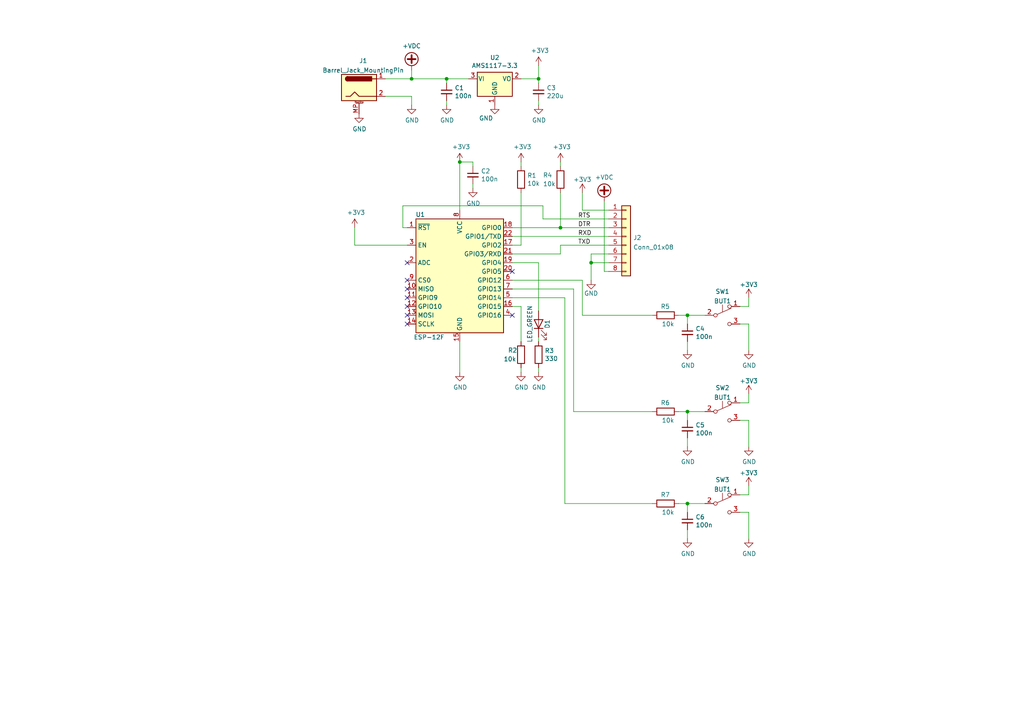
<source format=kicad_sch>
(kicad_sch (version 20211123) (generator eeschema)
  (paper "A4")
  (lib_symbols
    (symbol "Connector:Barrel_Jack_MountingPin" (pin_names hide)
      (property "Reference" "J" (at 0 5.334 0))
      (property "Value" "Barrel_Jack_MountingPin" (at 1.27 -6.35 0))
      (symbol "Barrel_Jack_MountingPin_0_1"
        (rectangle (start -5.08 3.81) (end 5.08 -3.81) (stroke (width 0.254)) (fill (type background)))
        (arc (start -3.302 3.175) (mid -3.937 2.54) (end -3.302 1.905) (stroke (width 0.254)))
        (arc (start -3.302 3.175) (mid -3.937 2.54) (end -3.302 1.905) (stroke (width 0.254)) (fill (type outline)))
        (polyline (pts (xy 5.08 2.54) (xy 3.81 2.54)) (stroke (width 0.254)))
        (polyline (pts (xy -3.81 -2.54) (xy -2.54 -2.54) (xy -1.27 -1.27) (xy 0 -2.54) (xy 2.54 -2.54) (xy 5.08 -2.54)) (stroke (width 0.254)))
        (rectangle (start 3.683 3.175) (end -3.302 1.905) (stroke (width 0.254)) (fill (type outline)))
      )
      (symbol "Barrel_Jack_MountingPin_1_1"
        (polyline (pts (xy -1.016 -4.572) (xy 1.016 -4.572)) (stroke (width 0.1524)))
        (text "Mounting" (at 0 -4.191 0) (effects (font (size 0.381 0.381))))
        (pin passive line (at 7.62 2.54 180) (length 2.54) (name "~") (number "1"))
        (pin passive line (at 7.62 -2.54 180) (length 2.54) (name "~") (number "2"))
        (pin passive line (at 0 -7.62 90) (length 3.048) (name "MountPin") (number "MP"))
      )
    )
    (symbol "Connector_Generic:Conn_01x08" (pin_names (offset 1.016) hide)
      (property "Reference" "J" (at 0 10.16 0))
      (property "Value" "Conn_01x08" (at 0 -12.7 0))
      (symbol "Conn_01x08_1_1"
        (rectangle (start -1.27 -10.033) (end 0 -10.287) (stroke (width 0.1524)))
        (rectangle (start -1.27 -7.493) (end 0 -7.747) (stroke (width 0.1524)))
        (rectangle (start -1.27 -4.953) (end 0 -5.207) (stroke (width 0.1524)))
        (rectangle (start -1.27 -2.413) (end 0 -2.667) (stroke (width 0.1524)))
        (rectangle (start -1.27 0.127) (end 0 -0.127) (stroke (width 0.1524)))
        (rectangle (start -1.27 2.667) (end 0 2.413) (stroke (width 0.1524)))
        (rectangle (start -1.27 5.207) (end 0 4.953) (stroke (width 0.1524)))
        (rectangle (start -1.27 7.747) (end 0 7.493) (stroke (width 0.1524)))
        (rectangle (start -1.27 8.89) (end 1.27 -11.43) (stroke (width 0.254)) (fill (type background)))
        (pin passive line (at -5.08 7.62 0) (length 3.81) (name "Pin_1") (number "1"))
        (pin passive line (at -5.08 5.08 0) (length 3.81) (name "Pin_2") (number "2"))
        (pin passive line (at -5.08 2.54 0) (length 3.81) (name "Pin_3") (number "3"))
        (pin passive line (at -5.08 0 0) (length 3.81) (name "Pin_4") (number "4"))
        (pin passive line (at -5.08 -2.54 0) (length 3.81) (name "Pin_5") (number "5"))
        (pin passive line (at -5.08 -5.08 0) (length 3.81) (name "Pin_6") (number "6"))
        (pin passive line (at -5.08 -7.62 0) (length 3.81) (name "Pin_7") (number "7"))
        (pin passive line (at -5.08 -10.16 0) (length 3.81) (name "Pin_8") (number "8"))
      )
    )
    (symbol "Device:C_Small" (pin_numbers hide) (pin_names (offset 0.254) hide)
      (property "Reference" "C" (at 0.254 1.778 0))
      (property "Value" "C_Small" (at 0.254 -2.032 0))
      (symbol "C_Small_0_1"
        (polyline (pts (xy -1.524 -0.508) (xy 1.524 -0.508)) (stroke (width 0.3302)))
        (polyline (pts (xy -1.524 0.508) (xy 1.524 0.508)) (stroke (width 0.3048)))
      )
      (symbol "C_Small_1_1"
        (pin passive line (at 0 2.54 270) (length 2.032) (name "~") (number "1"))
        (pin passive line (at 0 -2.54 90) (length 2.032) (name "~") (number "2"))
      )
    )
    (symbol "Device:LED" (pin_numbers hide) (pin_names (offset 1.016) hide)
      (property "Reference" "D" (at 0 2.54 0))
      (property "Value" "LED" (at 0 -2.54 0))
      (symbol "LED_0_1"
        (polyline (pts (xy -1.27 -1.27) (xy -1.27 1.27)) (stroke (width 0.254)))
        (polyline (pts (xy -1.27 0) (xy 1.27 0)))
        (polyline (pts (xy 1.27 -1.27) (xy 1.27 1.27) (xy -1.27 0) (xy 1.27 -1.27)) (stroke (width 0.254)))
        (polyline (pts (xy -3.048 -0.762) (xy -4.572 -2.286) (xy -3.81 -2.286) (xy -4.572 -2.286) (xy -4.572 -1.524)))
        (polyline (pts (xy -1.778 -0.762) (xy -3.302 -2.286) (xy -2.54 -2.286) (xy -3.302 -2.286) (xy -3.302 -1.524)))
      )
      (symbol "LED_1_1"
        (pin passive line (at -3.81 0 0) (length 2.54) (name "K") (number "1"))
        (pin passive line (at 3.81 0 180) (length 2.54) (name "A") (number "2"))
      )
    )
    (symbol "Device:R" (pin_numbers hide) (pin_names (offset 0))
      (property "Reference" "R" (at 2.032 0 90))
      (property "Value" "R" (at 0 0 90))
      (symbol "R_0_1"
        (rectangle (start -1.016 -2.54) (end 1.016 2.54) (stroke (width 0.254)))
      )
      (symbol "R_1_1"
        (pin passive line (at 0 3.81 270) (length 1.27) (name "~") (number "1"))
        (pin passive line (at 0 -3.81 90) (length 1.27) (name "~") (number "2"))
      )
    )
    (symbol "RF_Module:ESP-12F"
      (property "Reference" "U" (at -12.7 19.05 0))
      (property "Value" "ESP-12F" (at 12.7 19.05 0))
      (symbol "ESP-12F_0_1"
        (rectangle (start -12.7 17.78) (end 12.7 -15.24) (stroke (width 0.254)) (fill (type background)))
      )
      (symbol "ESP-12F_1_1"
        (pin input line (at -15.24 15.24 0) (length 2.54) (name "~{RST}") (number "1"))
        (pin bidirectional line (at -15.24 -2.54 0) (length 2.54) (name "MISO") (number "10"))
        (pin bidirectional line (at -15.24 -5.08 0) (length 2.54) (name "GPIO9") (number "11"))
        (pin bidirectional line (at -15.24 -7.62 0) (length 2.54) (name "GPIO10") (number "12"))
        (pin bidirectional line (at -15.24 -10.16 0) (length 2.54) (name "MOSI") (number "13"))
        (pin bidirectional line (at -15.24 -12.7 0) (length 2.54) (name "SCLK") (number "14"))
        (pin power_in line (at 0 -17.78 90) (length 2.54) (name "GND") (number "15"))
        (pin bidirectional line (at 15.24 -7.62 180) (length 2.54) (name "GPIO15") (number "16"))
        (pin bidirectional line (at 15.24 10.16 180) (length 2.54) (name "GPIO2") (number "17"))
        (pin bidirectional line (at 15.24 15.24 180) (length 2.54) (name "GPIO0") (number "18"))
        (pin bidirectional line (at 15.24 5.08 180) (length 2.54) (name "GPIO4") (number "19"))
        (pin input line (at -15.24 5.08 0) (length 2.54) (name "ADC") (number "2"))
        (pin bidirectional line (at 15.24 2.54 180) (length 2.54) (name "GPIO5") (number "20"))
        (pin bidirectional line (at 15.24 7.62 180) (length 2.54) (name "GPIO3/RXD") (number "21"))
        (pin bidirectional line (at 15.24 12.7 180) (length 2.54) (name "GPIO1/TXD") (number "22"))
        (pin input line (at -15.24 10.16 0) (length 2.54) (name "EN") (number "3"))
        (pin bidirectional line (at 15.24 -10.16 180) (length 2.54) (name "GPIO16") (number "4"))
        (pin bidirectional line (at 15.24 -5.08 180) (length 2.54) (name "GPIO14") (number "5"))
        (pin bidirectional line (at 15.24 0 180) (length 2.54) (name "GPIO12") (number "6"))
        (pin bidirectional line (at 15.24 -2.54 180) (length 2.54) (name "GPIO13") (number "7"))
        (pin power_in line (at 0 20.32 270) (length 2.54) (name "VCC") (number "8"))
        (pin input line (at -15.24 0 0) (length 2.54) (name "CS0") (number "9"))
      )
    )
    (symbol "Regulator_Linear:AMS1117-3.3" (pin_names (offset 0.254))
      (property "Reference" "U" (at -3.81 3.175 0))
      (property "Value" "AMS1117-3.3" (at 0 3.175 0))
      (symbol "AMS1117-3.3_0_1"
        (rectangle (start -5.08 -5.08) (end 5.08 1.905) (stroke (width 0.254)) (fill (type background)))
      )
      (symbol "AMS1117-3.3_1_1"
        (pin power_in line (at 0 -7.62 90) (length 2.54) (name "GND") (number "1"))
        (pin power_out line (at 7.62 0 180) (length 2.54) (name "VO") (number "2"))
        (pin power_in line (at -7.62 0 0) (length 2.54) (name "VI") (number "3"))
      )
    )
    (symbol "Switch:SW_Push_SPDT" (pin_names (offset 0) hide)
      (property "Reference" "SW" (at 0 4.318 0))
      (property "Value" "SW_Push_SPDT" (at 0 -5.08 0))
      (symbol "SW_Push_SPDT_0_0"
        (circle (center -2.032 0) (radius 0.508))
        (polyline (pts (xy 0 1.016) (xy 0 3.048)))
        (circle (center 2.032 -2.54) (radius 0.508))
      )
      (symbol "SW_Push_SPDT_0_1"
        (polyline (pts (xy -1.524 0.254) (xy 2.54 2.032)))
        (circle (center 2.032 2.54) (radius 0.508))
      )
      (symbol "SW_Push_SPDT_1_1"
        (pin passive line (at 5.08 2.54 180) (length 2.54) (name "A") (number "1"))
        (pin passive line (at -5.08 0 0) (length 2.54) (name "B") (number "2"))
        (pin passive line (at 5.08 -2.54 180) (length 2.54) (name "C") (number "3"))
      )
    )
    (symbol "power:+3.3V" (power) (pin_names (offset 0))
      (property "Value" "+3.3V" (at 0 3.556 0))
      (symbol "+3.3V_0_1"
        (polyline (pts (xy -0.762 1.27) (xy 0 2.54)))
        (polyline (pts (xy 0 0) (xy 0 2.54)))
        (polyline (pts (xy 0 2.54) (xy 0.762 1.27)))
      )
      (symbol "+3.3V_1_1"
        (pin power_in line (at 0 0 90) (length 0) hide (name "+3V3") (number "1"))
      )
    )
    (symbol "power:+VDC" (power) (pin_names (offset 0))
      (property "Value" "+VDC" (at 0 6.35 0))
      (symbol "+VDC_0_1"
        (polyline (pts (xy -1.143 3.175) (xy 1.143 3.175)) (stroke (width 0.508)))
        (polyline (pts (xy 0 0) (xy 0 1.27)))
        (polyline (pts (xy 0 2.032) (xy 0 4.318)) (stroke (width 0.508)))
        (circle (center 0 3.175) (radius 1.905) (stroke (width 0.254)))
      )
      (symbol "+VDC_1_1"
        (pin power_in line (at 0 0 90) (length 0) hide (name "+VDC") (number "1"))
      )
    )
    (symbol "power:GND" (power) (pin_names (offset 0))
      (property "Value" "GND" (at 0 -3.81 0))
      (symbol "GND_0_1"
        (polyline (pts (xy 0 0) (xy 0 -1.27) (xy 1.27 -1.27) (xy 0 -2.54) (xy -1.27 -1.27) (xy 0 -1.27)))
      )
      (symbol "GND_1_1"
        (pin power_in line (at 0 0 270) (length 0) hide (name "GND") (number "1"))
      )
    )
  )
  (junction (at 199.39 91.44))
  (junction (at 156.21 22.86))
  (junction (at 119.38 22.86))
  (junction (at 199.39 146.05))
  (junction (at 133.35 46.99))
  (junction (at 162.56 66.04))
  (junction (at 199.39 119.38))
  (junction (at 171.45 76.2))
  (junction (at 129.54 22.86))
  (no_connect (at 118.11 93.98))
  (no_connect (at 118.11 76.2))
  (no_connect (at 118.11 81.28))
  (no_connect (at 118.11 86.36))
  (no_connect (at 118.11 91.44))
  (no_connect (at 118.11 88.9))
  (no_connect (at 148.59 78.74))
  (no_connect (at 118.11 83.82))
  (no_connect (at 148.59 91.44))
  (wire (pts (xy 162.56 71.12) (xy 176.53 71.12)))
  (wire (pts (xy 217.17 129.54) (xy 217.17 121.92)))
  (wire (pts (xy 171.45 73.66) (xy 176.53 73.66)))
  (wire (pts (xy 171.45 76.2) (xy 171.45 73.66)))
  (wire (pts (xy 171.45 81.28) (xy 171.45 76.2)))
  (wire (pts (xy 151.13 106.68) (xy 151.13 107.95)))
  (wire (pts (xy 148.59 83.82) (xy 166.37 83.82)))
  (wire (pts (xy 166.37 83.82) (xy 166.37 119.38)))
  (wire (pts (xy 157.48 59.69) (xy 157.48 63.5)))
  (wire (pts (xy 217.17 114.3) (xy 217.17 116.84)))
  (wire (pts (xy 129.54 24.13) (xy 129.54 22.86)))
  (wire (pts (xy 116.84 66.04) (xy 116.84 59.69)))
  (wire (pts (xy 148.59 66.04) (xy 162.56 66.04)))
  (wire (pts (xy 162.56 66.04) (xy 162.56 55.88)))
  (wire (pts (xy 162.56 73.66) (xy 162.56 71.12)))
  (wire (pts (xy 217.17 86.36) (xy 217.17 88.9)))
  (wire (pts (xy 217.17 88.9) (xy 214.63 88.9)))
  (wire (pts (xy 156.21 107.95) (xy 156.21 106.68)))
  (wire (pts (xy 199.39 91.44) (xy 199.39 93.98)))
  (wire (pts (xy 199.39 99.06) (xy 199.39 101.6)))
  (wire (pts (xy 217.17 93.98) (xy 214.63 93.98)))
  (wire (pts (xy 217.17 101.6) (xy 217.17 93.98)))
  (wire (pts (xy 119.38 27.94) (xy 119.38 30.48)))
  (wire (pts (xy 133.35 107.95) (xy 133.35 99.06)))
  (wire (pts (xy 148.59 88.9) (xy 151.13 88.9)))
  (wire (pts (xy 116.84 59.69) (xy 157.48 59.69)))
  (wire (pts (xy 176.53 78.74) (xy 175.26 78.74)))
  (wire (pts (xy 102.87 71.12) (xy 102.87 66.04)))
  (wire (pts (xy 196.85 91.44) (xy 199.39 91.44)))
  (wire (pts (xy 199.39 91.44) (xy 204.47 91.44)))
  (wire (pts (xy 148.59 68.58) (xy 176.53 68.58)))
  (wire (pts (xy 148.59 71.12) (xy 151.13 71.12)))
  (wire (pts (xy 162.56 46.99) (xy 162.56 48.26)))
  (wire (pts (xy 151.13 71.12) (xy 151.13 55.88)))
  (wire (pts (xy 137.16 46.99) (xy 133.35 46.99)))
  (wire (pts (xy 196.85 146.05) (xy 199.39 146.05)))
  (wire (pts (xy 137.16 54.61) (xy 137.16 53.34)))
  (wire (pts (xy 156.21 97.79) (xy 156.21 99.06)))
  (wire (pts (xy 217.17 143.51) (xy 214.63 143.51)))
  (wire (pts (xy 168.91 91.44) (xy 189.23 91.44)))
  (wire (pts (xy 217.17 156.21) (xy 217.17 148.59)))
  (wire (pts (xy 156.21 22.86) (xy 156.21 19.05)))
  (wire (pts (xy 118.11 71.12) (xy 102.87 71.12)))
  (wire (pts (xy 217.17 121.92) (xy 214.63 121.92)))
  (wire (pts (xy 119.38 22.86) (xy 129.54 22.86)))
  (wire (pts (xy 217.17 148.59) (xy 214.63 148.59)))
  (wire (pts (xy 148.59 81.28) (xy 168.91 81.28)))
  (wire (pts (xy 168.91 81.28) (xy 168.91 91.44)))
  (wire (pts (xy 171.45 76.2) (xy 176.53 76.2)))
  (wire (pts (xy 151.13 22.86) (xy 156.21 22.86)))
  (wire (pts (xy 111.76 22.86) (xy 119.38 22.86)))
  (wire (pts (xy 151.13 46.99) (xy 151.13 48.26)))
  (wire (pts (xy 133.35 46.99) (xy 133.35 60.96)))
  (wire (pts (xy 199.39 146.05) (xy 204.47 146.05)))
  (wire (pts (xy 119.38 22.86) (xy 119.38 20.32)))
  (wire (pts (xy 151.13 88.9) (xy 151.13 99.06)))
  (wire (pts (xy 166.37 119.38) (xy 189.23 119.38)))
  (wire (pts (xy 199.39 153.67) (xy 199.39 156.21)))
  (wire (pts (xy 148.59 76.2) (xy 156.21 76.2)))
  (wire (pts (xy 162.56 66.04) (xy 176.53 66.04)))
  (wire (pts (xy 196.85 119.38) (xy 199.39 119.38)))
  (wire (pts (xy 163.83 86.36) (xy 148.59 86.36)))
  (wire (pts (xy 163.83 146.05) (xy 163.83 86.36)))
  (wire (pts (xy 148.59 73.66) (xy 162.56 73.66)))
  (wire (pts (xy 156.21 22.86) (xy 156.21 24.13)))
  (wire (pts (xy 199.39 119.38) (xy 199.39 121.92)))
  (wire (pts (xy 163.83 146.05) (xy 189.23 146.05)))
  (wire (pts (xy 156.21 76.2) (xy 156.21 90.17)))
  (wire (pts (xy 118.11 66.04) (xy 116.84 66.04)))
  (wire (pts (xy 199.39 146.05) (xy 199.39 148.59)))
  (wire (pts (xy 217.17 116.84) (xy 214.63 116.84)))
  (wire (pts (xy 157.48 63.5) (xy 176.53 63.5)))
  (wire (pts (xy 156.21 29.21) (xy 156.21 30.48)))
  (wire (pts (xy 217.17 140.97) (xy 217.17 143.51)))
  (wire (pts (xy 119.38 27.94) (xy 111.76 27.94)))
  (wire (pts (xy 199.39 119.38) (xy 204.47 119.38)))
  (wire (pts (xy 175.26 58.42) (xy 175.26 78.74)))
  (wire (pts (xy 168.91 55.88) (xy 168.91 60.96)))
  (wire (pts (xy 168.91 60.96) (xy 176.53 60.96)))
  (wire (pts (xy 135.89 22.86) (xy 129.54 22.86)))
  (wire (pts (xy 129.54 30.48) (xy 129.54 29.21)))
  (wire (pts (xy 199.39 127) (xy 199.39 129.54)))
  (wire (pts (xy 137.16 48.26) (xy 137.16 46.99)))
  (label "RXD" (at 167.64 68.58 0))
  (label "RTS" (at 167.64 63.5 0))
  (label "TXD" (at 167.64 71.12 0))
  (label "DTR" (at 167.64 66.04 0))
  (symbol (lib_id "Switch:SW_Push_SPDT") (at 209.55 119.38 0) (unit 1)
    (property "Reference" "SW2" (at 209.55 112.4925 0))
    (property "Value" "BUT1" (at 209.55 115.2676 0))
    (property "Footprint" "Critbit_lib:Cherry_DC3" (effects hide))
  )
  (symbol (lib_id "power:+3.3V") (at 168.91 55.88 0) (unit 1)
    (property "Reference" "#PWR016" (effects hide))
    (property "Value" "+3.3V" (at 168.91 52.07 0))
  )
  (symbol (lib_id "power:+3.3V") (at 151.13 46.99 0) (unit 1)
    (property "Reference" "#PWR010" (effects hide))
    (property "Value" "+3.3V" (at 151.511 42.5958 0))
  )
  (symbol (lib_id "power:GND") (at 217.17 156.21 0) (unit 1)
    (property "Reference" "#PWR027" (effects hide))
    (property "Value" "GND" (at 217.297 160.6042 0))
  )
  (symbol (lib_id "power:GND") (at 217.17 101.6 0) (unit 1)
    (property "Reference" "#PWR023" (effects hide))
    (property "Value" "GND" (at 217.297 105.9942 0))
  )
  (symbol (lib_id "Device:C_Small") (at 137.16 50.8 0) (unit 1)
    (property "Reference" "C2" (at 139.4968 49.6316 0) (effects (justify left)))
    (property "Value" "100n" (at 139.4968 51.943 0) (effects (justify left)))
    (property "Footprint" "Capacitor_THT:C_Disc_D7.5mm_W5.0mm_P5.00mm" (effects hide))
  )
  (symbol (lib_id "power:GND") (at 156.21 107.95 0) (unit 1)
    (property "Reference" "#PWR014" (effects hide))
    (property "Value" "GND" (at 156.337 112.3442 0))
  )
  (symbol (lib_id "power:GND") (at 137.16 54.61 0) (unit 1)
    (property "Reference" "#PWR08" (effects hide))
    (property "Value" "GND" (at 137.287 59.0042 0))
  )
  (symbol (lib_id "RF_Module:ESP-12F") (at 133.35 81.28 0) (unit 1)
    (property "Reference" "U1" (at 121.92 62.23 0))
    (property "Value" "ESP-12F" (at 124.46 97.79 0))
    (property "Footprint" "RF_Module:ESP-12E" (effects hide))
    (property "Datasheet" "http://wiki.ai-thinker.com/_media/esp8266/esp8266_series_modules_user_manual_v1.1.pdf" (effects hide))
  )
  (symbol (lib_id "power:GND") (at 133.35 107.95 0) (unit 1)
    (property "Reference" "#PWR07" (effects hide))
    (property "Value" "GND" (at 133.477 112.3442 0))
  )
  (symbol (lib_id "power:+VDC") (at 175.26 58.42 0) (unit 1)
    (property "Reference" "#PWR018" (effects hide))
    (property "Value" "+VDC" (at 175.26 51.435 0))
  )
  (symbol (lib_id "Regulator_Linear:AMS1117-3.3") (at 143.51 22.86 0) (unit 1)
    (property "Reference" "U2" (at 143.51 16.7132 0))
    (property "Value" "AMS1117-3.3" (at 143.51 19.0246 0))
    (property "Footprint" "Package_TO_SOT_SMD:SOT-223-3_TabPin2" (effects hide))
    (property "Datasheet" "http://www.advanced-monolithic.com/pdf/ds1117.pdf" (effects hide))
  )
  (symbol (lib_id "Device:R") (at 193.04 146.05 90) (unit 1)
    (property "Reference" "R7" (at 194.31 143.51 90) (effects (justify left)))
    (property "Value" "10k" (at 195.58 148.59 90) (effects (justify left)))
    (property "Footprint" "Resistor_THT:R_Axial_DIN0207_L6.3mm_D2.5mm_P10.16mm_Horizontal" (effects hide))
  )
  (symbol (lib_id "Switch:SW_Push_SPDT") (at 209.55 146.05 0) (unit 1)
    (property "Reference" "SW3" (at 209.55 139.1625 0))
    (property "Value" "BUT1" (at 209.55 141.9376 0))
    (property "Footprint" "Critbit_lib:Cherry_DC3" (effects hide))
  )
  (symbol (lib_id "power:+3.3V") (at 162.56 46.99 0) (unit 1)
    (property "Reference" "#PWR015" (effects hide))
    (property "Value" "+3.3V" (at 162.941 42.5958 0))
  )
  (symbol (lib_id "power:GND") (at 151.13 107.95 0) (unit 1)
    (property "Reference" "#PWR011" (effects hide))
    (property "Value" "GND" (at 151.257 112.3442 0))
  )
  (symbol (lib_id "power:GND") (at 199.39 129.54 0) (unit 1)
    (property "Reference" "#PWR020" (effects hide))
    (property "Value" "GND" (at 199.517 133.9342 0))
  )
  (symbol (lib_id "Device:R") (at 151.13 52.07 0) (unit 1)
    (property "Reference" "R1" (at 152.908 50.9016 0) (effects (justify left)))
    (property "Value" "10k" (at 152.908 53.213 0) (effects (justify left)))
    (property "Footprint" "Resistor_THT:R_Axial_DIN0207_L6.3mm_D2.5mm_P10.16mm_Horizontal" (effects hide))
  )
  (symbol (lib_id "power:GND") (at 119.38 30.48 0) (unit 1)
    (property "Reference" "#PWR04" (effects hide))
    (property "Value" "GND" (at 119.507 34.8742 0))
  )
  (symbol (lib_id "Device:R") (at 156.21 102.87 0) (unit 1)
    (property "Reference" "R3" (at 157.988 101.7016 0) (effects (justify left)))
    (property "Value" "330" (at 157.988 104.013 0) (effects (justify left)))
    (property "Footprint" "Resistor_THT:R_Axial_DIN0207_L6.3mm_D2.5mm_P10.16mm_Horizontal" (effects hide))
  )
  (symbol (lib_id "Device:R") (at 193.04 91.44 90) (unit 1)
    (property "Reference" "R5" (at 194.31 88.9 90) (effects (justify left)))
    (property "Value" "10k" (at 195.58 93.98 90) (effects (justify left)))
    (property "Footprint" "Resistor_THT:R_Axial_DIN0207_L6.3mm_D2.5mm_P10.16mm_Horizontal" (effects hide))
  )
  (symbol (lib_id "power:GND") (at 129.54 30.48 0) (unit 1)
    (property "Reference" "#PWR05" (effects hide))
    (property "Value" "GND" (at 129.667 34.8742 0))
  )
  (symbol (lib_id "Device:R") (at 193.04 119.38 90) (unit 1)
    (property "Reference" "R6" (at 194.31 116.84 90) (effects (justify left)))
    (property "Value" "10k" (at 195.58 121.92 90) (effects (justify left)))
    (property "Footprint" "Resistor_THT:R_Axial_DIN0207_L6.3mm_D2.5mm_P10.16mm_Horizontal" (effects hide))
  )
  (symbol (lib_id "Device:R") (at 162.56 52.07 0) (unit 1)
    (property "Reference" "R4" (at 157.48 50.8 0) (effects (justify left)))
    (property "Value" "10k" (at 157.48 53.34 0) (effects (justify left)))
    (property "Footprint" "Resistor_THT:R_Axial_DIN0207_L6.3mm_D2.5mm_P10.16mm_Horizontal" (effects hide))
  )
  (symbol (lib_id "power:GND") (at 217.17 129.54 0) (unit 1)
    (property "Reference" "#PWR025" (effects hide))
    (property "Value" "GND" (at 217.297 133.9342 0))
  )
  (symbol (lib_id "power:GND") (at 199.39 101.6 0) (unit 1)
    (property "Reference" "#PWR019" (effects hide))
    (property "Value" "GND" (at 199.517 105.9942 0))
  )
  (symbol (lib_id "Device:C_Small") (at 199.39 124.46 0) (unit 1)
    (property "Reference" "C5" (at 201.7268 123.2916 0) (effects (justify left)))
    (property "Value" "100n" (at 201.7268 125.603 0) (effects (justify left)))
    (property "Footprint" "Capacitor_THT:C_Disc_D7.5mm_W5.0mm_P5.00mm" (effects hide))
  )
  (symbol (lib_id "Device:C_Small") (at 199.39 96.52 0) (unit 1)
    (property "Reference" "C4" (at 201.7268 95.3516 0) (effects (justify left)))
    (property "Value" "100n" (at 201.7268 97.663 0) (effects (justify left)))
    (property "Footprint" "Capacitor_THT:C_Disc_D7.5mm_W5.0mm_P5.00mm" (effects hide))
  )
  (symbol (lib_id "power:+VDC") (at 119.38 20.32 0) (unit 1)
    (property "Reference" "#PWR03" (effects hide))
    (property "Value" "+VDC" (at 119.38 13.335 0))
  )
  (symbol (lib_id "Device:C_Small") (at 129.54 26.67 0) (unit 1)
    (property "Reference" "C1" (at 131.8768 25.5016 0) (effects (justify left)))
    (property "Value" "100n" (at 131.8768 27.813 0) (effects (justify left)))
    (property "Footprint" "Capacitor_THT:C_Disc_D7.5mm_W5.0mm_P5.00mm" (effects hide))
  )
  (symbol (lib_id "power:+3.3V") (at 217.17 86.36 0) (unit 1)
    (property "Reference" "#PWR022" (effects hide))
    (property "Value" "+3.3V" (at 217.17 82.55 0))
  )
  (symbol (lib_id "power:GND") (at 171.45 81.28 0) (unit 1)
    (property "Reference" "#PWR017" (effects hide))
    (property "Value" "GND" (at 171.45 85.09 0))
  )
  (symbol (lib_id "Device:R") (at 151.13 102.87 0) (unit 1)
    (property "Reference" "R2" (at 147.32 101.6 0) (effects (justify left)))
    (property "Value" "10k" (at 146.05 104.14 0) (effects (justify left)))
    (property "Footprint" "Resistor_THT:R_Axial_DIN0207_L6.3mm_D2.5mm_P10.16mm_Horizontal" (effects hide))
  )
  (symbol (lib_id "power:+3.3V") (at 133.35 46.99 0) (unit 1)
    (property "Reference" "#PWR06" (effects hide))
    (property "Value" "+3.3V" (at 133.731 42.5958 0))
  )
  (symbol (lib_id "power:+3.3V") (at 156.21 19.05 0) (unit 1)
    (property "Reference" "#PWR012" (effects hide))
    (property "Value" "+3.3V" (at 156.591 14.6558 0))
  )
  (symbol (lib_id "power:+3.3V") (at 217.17 140.97 0) (unit 1)
    (property "Reference" "#PWR026" (effects hide))
    (property "Value" "+3.3V" (at 217.17 137.16 0))
  )
  (symbol (lib_id "power:GND") (at 156.21 30.48 0) (unit 1)
    (property "Reference" "#PWR013" (effects hide))
    (property "Value" "GND" (at 156.337 34.8742 0))
  )
  (symbol (lib_id "power:GND") (at 199.39 156.21 0) (unit 1)
    (property "Reference" "#PWR021" (effects hide))
    (property "Value" "GND" (at 199.517 160.6042 0))
  )
  (symbol (lib_id "power:+3.3V") (at 102.87 66.04 0) (unit 1)
    (property "Reference" "#PWR01" (effects hide))
    (property "Value" "+3.3V" (at 103.251 61.6458 0))
  )
  (symbol (lib_id "power:+3.3V") (at 217.17 114.3 0) (unit 1)
    (property "Reference" "#PWR024" (effects hide))
    (property "Value" "+3.3V" (at 217.17 110.49 0))
  )
  (symbol (lib_id "Device:LED") (at 156.21 93.98 90) (unit 1)
    (property "Reference" "D1" (at 158.75 93.98 0))
    (property "Value" "LED_GREEN" (at 153.67 93.98 0))
    (property "Footprint" "LED_THT:LED_D3.0mm" (effects hide))
  )
  (symbol (lib_id "power:GND") (at 143.51 30.48 0) (unit 1)
    (property "Reference" "#PWR09" (effects hide))
    (property "Value" "GND" (at 140.97 34.29 0))
  )
  (symbol (lib_id "Device:C_Small") (at 156.21 26.67 0) (unit 1)
    (property "Reference" "C3" (at 158.5468 25.5016 0) (effects (justify left)))
    (property "Value" "220u" (at 158.5468 27.813 0) (effects (justify left)))
    (property "Footprint" "Capacitor_THT:C_Radial_D8.0mm_H7.0mm_P3.50mm" (effects hide))
  )
  (symbol (lib_id "Switch:SW_Push_SPDT") (at 209.55 91.44 0) (unit 1)
    (property "Reference" "SW1" (at 209.55 84.5525 0))
    (property "Value" "BUT1" (at 209.55 87.3276 0))
    (property "Footprint" "Critbit_lib:Cherry_DC3" (effects hide))
  )
  (symbol (lib_id "Connector_Generic:Conn_01x08") (at 181.61 68.58 0) (unit 1)
    (property "Reference" "J2" (at 183.6419 68.9415 0) (effects (justify left)))
    (property "Value" "Conn_01x08" (at 183.6419 71.7166 0) (effects (justify left)))
    (property "Footprint" "Connector_PinHeader_2.54mm:PinHeader_1x08_P2.54mm_Vertical" (effects hide))
  )
  (symbol (lib_id "Device:C_Small") (at 199.39 151.13 0) (unit 1)
    (property "Reference" "C6" (at 201.7268 149.9616 0) (effects (justify left)))
    (property "Value" "100n" (at 201.7268 152.273 0) (effects (justify left)))
    (property "Footprint" "Capacitor_THT:C_Disc_D7.5mm_W5.0mm_P5.00mm" (effects hide))
  )
  (symbol (lib_id "Connector:Barrel_Jack_MountingPin") (at 104.14 25.4 0) (unit 1)
    (property "Reference" "J1" (at 105.3465 17.6234 0))
    (property "Value" "Barrel_Jack_MountingPin" (at 105.3465 20.3985 0))
    (property "Footprint" "Critbit_lib:USB_C_Cursed" (effects hide))
  )
  (symbol (lib_id "power:GND") (at 104.14 33.02 0) (unit 1)
    (property "Reference" "#PWR02" (effects hide))
    (property "Value" "GND" (at 104.267 37.4142 0))
  )
)
</source>
